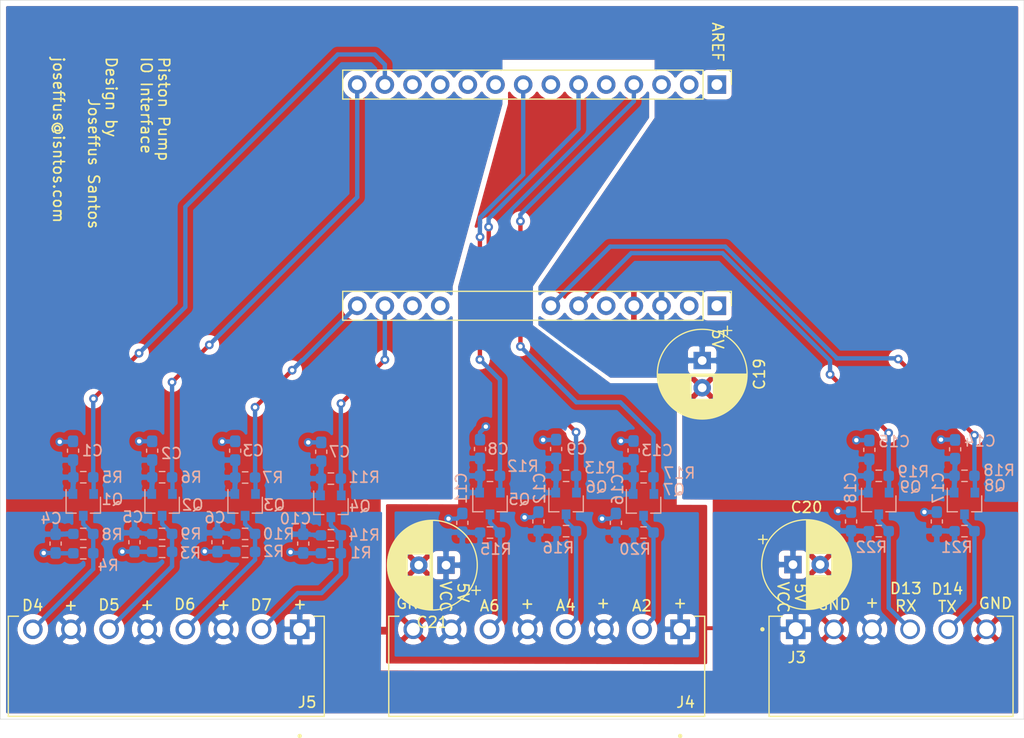
<source format=kicad_pcb>
(kicad_pcb (version 20171130) (host pcbnew "(5.1.8)-1")
  (layers (0 F.Cu signal) (31 B.Cu signal) (34 B.Paste user) (35 F.Paste user) (36 B.SilkS user) (37 F.SilkS user) (38 B.Mask user) (39 F.Mask user) (44 Edge.Cuts user))
  (net 0 "")
  (net 1 GND)
  (net 2 +5VD)
  (net 3 +5V)
  (net 4 "Net-(J1-Pad5)")
  (net 5 "Net-(J2-Pad2)")
  (net 6 +3V3)
  (net 7 LV2)
  (net 8 LV1)
  (net 9 "Net-(J1-Pad12)")
  (net 10 "Net-(J1-Pad11)")
  (net 11 "Net-(J1-Pad10)")
  (net 12 "Net-(J1-Pad9)")
  (net 13 "Net-(J1-Pad7)")
  (net 14 "Net-(J1-Pad3)")
  (net 15 "Net-(J1-Pad2)")
  (net 16 "Net-(J1-Pad1)")
  (net 17 "Net-(J2-Pad1)")
  (net 18 "Net-(J2-Pad5)")
  (net 19 "Net-(J2-Pad11)")
  (net 20 "Net-(J2-Pad12)")
  (net 21 LV4)
  (net 22 LV3)
  (net 23 HV4)
  (net 24 HV3)
  (net 25 HV2)
  (net 26 HV1)
  (net 27 HV5)
  (net 28 LV5)
  (net 29 HV6)
  (net 30 LV6)
  (net 31 HV7)
  (net 32 LV7)
  (net 33 HV8)
  (net 34 LV8)
  (net 35 HV9)
  (net 36 LV9)
  (module Capacitor_THT:CP_Radial_D8.0mm_P2.50mm (layer F.Cu) (at 141.8844 127.4572 180)
    (fp_text reference C21 (at 1.25 -5.25) (layer F.SilkS))
    (fp_text value 220uF)
    (pad 2 thru_hole circle (at 2.5 0 180) (size 1.6 1.6) (drill 0.8) (layers *.Cu *.Mask) (net 1 GND))
    (pad 1 thru_hole rect (at 0 0 180) (size 1.6 1.6) (drill 0.8) (layers *.Cu *.Mask) (net 3 +5V))
  )
  (module Capacitor_THT:CP_Radial_D8.0mm_P2.50mm (layer F.Cu) (at 173.736 127.4064)
    (fp_text reference C20 (at 1.25 -5.25) (layer F.SilkS))
    (fp_text value 220uF)
    (pad 2 thru_hole circle (at 2.5 0) (size 1.6 1.6) (drill 0.8) (layers *.Cu *.Mask) (net 1 GND))
    (pad 1 thru_hole rect (at 0 0) (size 1.6 1.6) (drill 0.8) (layers *.Cu *.Mask) (net 2 +5VD))
  )
  (module Capacitor_THT:CP_Radial_D8.0mm_P2.50mm (layer F.Cu) (at 165.4048 108.6612 270)
    (fp_text reference C19 (at 1.25 -5.25 90) (layer F.SilkS))
    (fp_text value 220uF)
    (pad 2 thru_hole circle (at 2.5 0 270) (size 1.6 1.6) (drill 0.8) (layers *.Cu *.Mask) (net 1 GND))
    (pad 1 thru_hole rect (at 0 0 270) (size 1.6 1.6) (drill 0.8) (layers *.Cu *.Mask) (net 6 +3V3))
  )
  (module Connector_PinHeader_2.54mm:PinHeader_1x14_P2.54mm_Vertical (layer F.Cu) (at 166.751 103.632 270)
    (fp_text reference J2 hide)
    (fp_text value Conn_01x14_Male)
    (pad 1 thru_hole rect (at 0 0 270) (size 1.7 1.7) (drill 1) (layers *.Cu *.Mask) (net 17 "Net-(J2-Pad1)"))
    (pad 2 thru_hole oval (at 0 2.54 270) (size 1.7 1.7) (drill 1) (layers *.Cu *.Mask) (net 5 "Net-(J2-Pad2)"))
    (pad 3 thru_hole oval (at 0 5.08 270) (size 1.7 1.7) (drill 1) (layers *.Cu *.Mask) (net 6 +3V3))
    (pad 4 thru_hole oval (at 0 7.62 270) (size 1.7 1.7) (drill 1) (layers *.Cu *.Mask) (net 1 GND))
    (pad 5 thru_hole oval (at 0 10.16 270) (size 1.7 1.7) (drill 1) (layers *.Cu *.Mask) (net 18 "Net-(J2-Pad5)"))
    (pad 6 thru_hole oval (at 0 12.7 270) (size 1.7 1.7) (drill 1) (layers *.Cu *.Mask) (net 36 LV9))
    (pad 7 thru_hole oval (at 0 15.24 270) (size 1.7 1.7) (drill 1) (layers *.Cu *.Mask) (net 34 LV8))
    (pad 11 thru_hole oval (at 0 25.4 270) (size 1.7 1.7) (drill 1) (layers *.Cu *.Mask) (net 19 "Net-(J2-Pad11)"))
    (pad 12 thru_hole oval (at 0 27.94 270) (size 1.7 1.7) (drill 1) (layers *.Cu *.Mask) (net 20 "Net-(J2-Pad12)"))
    (pad 13 thru_hole oval (at 0 30.48 270) (size 1.7 1.7) (drill 1) (layers *.Cu *.Mask) (net 21 LV4))
    (pad 14 thru_hole oval (at 0 33.02 270) (size 1.7 1.7) (drill 1) (layers *.Cu *.Mask) (net 22 LV3))
  )
  (module Capacitor_SMD:C_0603_1608Metric_Pad1.08x0.95mm_HandSolder (layer B.Cu) (at 179.07 123.444 90)
    (fp_text reference C18 (at 3.0988 -0.0508 270) (layer B.SilkS) (effects (justify mirror)))
    (fp_text value 0.1uF)
    (pad 2 smd roundrect (at 0.8625 0 90) (size 1.075 0.95) (layers B.Cu B.Paste B.Mask) (net 1 GND))
    (pad 1 smd roundrect (at -0.8625 0 90) (size 1.075 0.95) (layers B.Cu B.Paste B.Mask) (net 2 +5VD))
  )
  (module Capacitor_SMD:C_0603_1608Metric_Pad1.08x0.95mm_HandSolder (layer B.Cu) (at 186.944 123.444 90)
    (fp_text reference C17 (at 3.0988 0.127 270) (layer B.SilkS) (effects (justify mirror)))
    (fp_text value 0.1uF)
    (pad 2 smd roundrect (at 0.8625 0 90) (size 1.075 0.95) (layers B.Cu B.Paste B.Mask) (net 1 GND))
    (pad 1 smd roundrect (at -0.8625 0 90) (size 1.075 0.95) (layers B.Cu B.Paste B.Mask) (net 2 +5VD))
  )
  (module Capacitor_SMD:C_0603_1608Metric_Pad1.08x0.95mm_HandSolder (layer B.Cu) (at 157.48 123.571 90)
    (fp_text reference C16 (at 3.0734 0.1524 270) (layer B.SilkS) (effects (justify mirror)))
    (fp_text value 0.1uF)
    (pad 2 smd roundrect (at 0.8625 0 90) (size 1.075 0.95) (layers B.Cu B.Paste B.Mask) (net 1 GND))
    (pad 1 smd roundrect (at -0.8625 0 90) (size 1.075 0.95) (layers B.Cu B.Paste B.Mask) (net 3 +5V))
  )
  (module Capacitor_SMD:C_0603_1608Metric_Pad1.08x0.95mm_HandSolder (layer B.Cu) (at 180.7464 116.8654 90)
    (fp_text reference C15 (at 0.762 2.286 180) (layer B.SilkS) (effects (justify mirror)))
    (fp_text value 0.1uF)
    (pad 2 smd roundrect (at 0.8625 0 90) (size 1.075 0.95) (layers B.Cu B.Paste B.Mask) (net 1 GND))
    (pad 1 smd roundrect (at -0.8625 0 90) (size 1.075 0.95) (layers B.Cu B.Paste B.Mask) (net 6 +3V3))
  )
  (module Capacitor_SMD:C_0603_1608Metric_Pad1.08x0.95mm_HandSolder (layer B.Cu) (at 188.6204 116.8146 90)
    (fp_text reference C14 (at 0.762 2.286 180) (layer B.SilkS) (effects (justify mirror)))
    (fp_text value 0.1uF)
    (pad 2 smd roundrect (at 0.8625 0 90) (size 1.075 0.95) (layers B.Cu B.Paste B.Mask) (net 1 GND))
    (pad 1 smd roundrect (at -0.8625 0 90) (size 1.075 0.95) (layers B.Cu B.Paste B.Mask) (net 6 +3V3))
  )
  (module Capacitor_SMD:C_0603_1608Metric_Pad1.08x0.95mm_HandSolder (layer B.Cu) (at 159.1056 116.9162 90)
    (fp_text reference C13 (at 0 2.159 180) (layer B.SilkS) (effects (justify mirror)))
    (fp_text value 0.1uF)
    (pad 2 smd roundrect (at 0.8625 0 90) (size 1.075 0.95) (layers B.Cu B.Paste B.Mask) (net 1 GND))
    (pad 1 smd roundrect (at -0.8625 0 90) (size 1.075 0.95) (layers B.Cu B.Paste B.Mask) (net 6 +3V3))
  )
  (module Capacitor_SMD:C_0603_1608Metric_Pad1.08x0.95mm_HandSolder (layer B.Cu) (at 150.368 123.444 90)
    (fp_text reference C12 (at 3.048 0.1016 270) (layer B.SilkS) (effects (justify mirror)))
    (fp_text value 0.1uF)
    (pad 2 smd roundrect (at 0.8625 0 90) (size 1.075 0.95) (layers B.Cu B.Paste B.Mask) (net 1 GND))
    (pad 1 smd roundrect (at -0.8625 0 90) (size 1.075 0.95) (layers B.Cu B.Paste B.Mask) (net 3 +5V))
  )
  (module Capacitor_SMD:C_0603_1608Metric_Pad1.08x0.95mm_HandSolder (layer B.Cu) (at 143.383 123.571 90)
    (fp_text reference C11 (at 3.175 -0.1016 90) (layer B.SilkS) (effects (justify mirror)))
    (fp_text value 0.1uF)
    (pad 2 smd roundrect (at 0.8625 0 90) (size 1.075 0.95) (layers B.Cu B.Paste B.Mask) (net 1 GND))
    (pad 1 smd roundrect (at -0.8625 0 90) (size 1.075 0.95) (layers B.Cu B.Paste B.Mask) (net 3 +5V))
  )
  (module Capacitor_SMD:C_0603_1608Metric_Pad1.08x0.95mm_HandSolder (layer B.Cu) (at 128.778 125.476 270)
    (fp_text reference C10 (at -2.286 0.7112 180) (layer B.SilkS) (effects (justify mirror)))
    (fp_text value 0.1uF)
    (pad 2 smd roundrect (at 0.8625 0 270) (size 1.075 0.95) (layers B.Cu B.Paste B.Mask) (net 1 GND))
    (pad 1 smd roundrect (at -0.8625 0 270) (size 1.075 0.95) (layers B.Cu B.Paste B.Mask) (net 2 +5VD))
  )
  (module Capacitor_SMD:C_0603_1608Metric_Pad1.08x0.95mm_HandSolder (layer B.Cu) (at 151.9936 116.7892 90)
    (fp_text reference C9 (at 0 1.905 180) (layer B.SilkS) (effects (justify mirror)))
    (fp_text value 0.1uF)
    (pad 2 smd roundrect (at 0.8625 0 90) (size 1.075 0.95) (layers B.Cu B.Paste B.Mask) (net 1 GND))
    (pad 1 smd roundrect (at -0.8625 0 90) (size 1.075 0.95) (layers B.Cu B.Paste B.Mask) (net 6 +3V3))
  )
  (module Capacitor_SMD:C_0603_1608Metric_Pad1.08x0.95mm_HandSolder (layer B.Cu) (at 145.0086 116.7892 90)
    (fp_text reference C8 (at 0 1.651) (layer B.SilkS) (effects (justify mirror)))
    (fp_text value 0.1uF)
    (pad 2 smd roundrect (at 0.8625 0 90) (size 1.075 0.95) (layers B.Cu B.Paste B.Mask) (net 1 GND))
    (pad 1 smd roundrect (at -0.8625 0 90) (size 1.075 0.95) (layers B.Cu B.Paste B.Mask) (net 6 +3V3))
  )
  (module Capacitor_SMD:C_0603_1608Metric_Pad1.08x0.95mm_HandSolder (layer B.Cu) (at 130.429 117.0432 90)
    (fp_text reference C7 (at 0 1.683 180) (layer B.SilkS) (effects (justify mirror)))
    (fp_text value 0.1uF)
    (pad 2 smd roundrect (at 0.8625 0 90) (size 1.075 0.95) (layers B.Cu B.Paste B.Mask) (net 1 GND))
    (pad 1 smd roundrect (at -0.8625 0 90) (size 1.075 0.95) (layers B.Cu B.Paste B.Mask) (net 6 +3V3))
  )
  (module Capacitor_SMD:C_0603_1608Metric_Pad1.08x0.95mm_HandSolder (layer B.Cu) (at 120.904 125.349 270)
    (fp_text reference C6 (at -2.2606 0.2286) (layer B.SilkS) (effects (justify mirror)))
    (fp_text value 0.1uF)
    (pad 2 smd roundrect (at 0.8625 0 270) (size 1.075 0.95) (layers B.Cu B.Paste B.Mask) (net 1 GND))
    (pad 1 smd roundrect (at -0.8625 0 270) (size 1.075 0.95) (layers B.Cu B.Paste B.Mask) (net 2 +5VD))
  )
  (module Capacitor_SMD:C_0603_1608Metric_Pad1.08x0.95mm_HandSolder (layer B.Cu) (at 113.284 125.349 270)
    (fp_text reference C5 (at -2.3114 0.1524) (layer B.SilkS) (effects (justify mirror)))
    (fp_text value 0.1uF)
    (pad 2 smd roundrect (at 0.8625 0 270) (size 1.075 0.95) (layers B.Cu B.Paste B.Mask) (net 1 GND))
    (pad 1 smd roundrect (at -0.8625 0 270) (size 1.075 0.95) (layers B.Cu B.Paste B.Mask) (net 2 +5VD))
  )
  (module Capacitor_SMD:C_0603_1608Metric_Pad1.08x0.95mm_HandSolder (layer B.Cu) (at 106.045 125.476 270)
    (fp_text reference C4 (at -2.3114 0.4064) (layer B.SilkS) (effects (justify mirror)))
    (fp_text value 0.1uF)
    (pad 2 smd roundrect (at 0.8625 0 270) (size 1.075 0.95) (layers B.Cu B.Paste B.Mask) (net 1 GND))
    (pad 1 smd roundrect (at -0.8625 0 270) (size 1.075 0.95) (layers B.Cu B.Paste B.Mask) (net 2 +5VD))
  )
  (module Capacitor_SMD:C_0603_1608Metric_Pad1.08x0.95mm_HandSolder (layer B.Cu) (at 122.5296 116.9416 90)
    (fp_text reference C3 (at 0 1.651 180) (layer B.SilkS) (effects (justify mirror)))
    (fp_text value 0.1uF)
    (pad 2 smd roundrect (at 0.8625 0 90) (size 1.075 0.95) (layers B.Cu B.Paste B.Mask) (net 1 GND))
    (pad 1 smd roundrect (at -0.8625 0 90) (size 1.075 0.95) (layers B.Cu B.Paste B.Mask) (net 6 +3V3))
  )
  (module Capacitor_SMD:C_0603_1608Metric_Pad1.08x0.95mm_HandSolder (layer B.Cu) (at 114.9096 116.9416 90)
    (fp_text reference C2 (at -0.254 1.778) (layer B.SilkS) (effects (justify mirror)))
    (fp_text value 0.1uF)
    (pad 2 smd roundrect (at 0.8625 0 90) (size 1.075 0.95) (layers B.Cu B.Paste B.Mask) (net 1 GND))
    (pad 1 smd roundrect (at -0.8625 0 90) (size 1.075 0.95) (layers B.Cu B.Paste B.Mask) (net 6 +3V3))
  )
  (module Capacitor_SMD:C_0603_1608Metric_Pad1.08x0.95mm_HandSolder (layer B.Cu) (at 107.6452 116.9416 90)
    (fp_text reference C1 (at 0 1.778 180) (layer B.SilkS) (effects (justify mirror)))
    (fp_text value 0.1uF)
    (pad 2 smd roundrect (at 0.8625 0 90) (size 1.075 0.95) (layers B.Cu B.Paste B.Mask) (net 1 GND))
    (pad 1 smd roundrect (at -0.8625 0 90) (size 1.075 0.95) (layers B.Cu B.Paste B.Mask) (net 6 +3V3))
  )
  (module Resistor_SMD:R_0603_1608Metric_Pad0.98x0.95mm_HandSolder (layer B.Cu) (at 181.61 124.333)
    (fp_text reference R22 (at -0.6858 1.4732) (layer B.SilkS) (effects (justify mirror)))
    (fp_text value 10k)
    (pad 2 smd roundrect (at 0.9125 0) (size 0.975 0.95) (layers B.Cu B.Paste B.Mask) (net 35 HV9))
    (pad 1 smd roundrect (at -0.9125 0) (size 0.975 0.95) (layers B.Cu B.Paste B.Mask) (net 2 +5VD))
  )
  (module Resistor_SMD:R_0603_1608Metric_Pad0.98x0.95mm_HandSolder (layer B.Cu) (at 189.484 124.333)
    (fp_text reference R21 (at -0.7112 1.4732) (layer B.SilkS) (effects (justify mirror)))
    (fp_text value 10k)
    (pad 2 smd roundrect (at 0.9125 0) (size 0.975 0.95) (layers B.Cu B.Paste B.Mask) (net 33 HV8))
    (pad 1 smd roundrect (at -0.9125 0) (size 0.975 0.95) (layers B.Cu B.Paste B.Mask) (net 2 +5VD))
  )
  (module Resistor_SMD:R_0603_1608Metric_Pad0.98x0.95mm_HandSolder (layer B.Cu) (at 160.02 124.46)
    (fp_text reference R20 (at -0.7874 1.524) (layer B.SilkS) (effects (justify mirror)))
    (fp_text value 10k)
    (pad 2 smd roundrect (at 0.9125 0) (size 0.975 0.95) (layers B.Cu B.Paste B.Mask) (net 31 HV7))
    (pad 1 smd roundrect (at -0.9125 0) (size 0.975 0.95) (layers B.Cu B.Paste B.Mask) (net 3 +5V))
  )
  (module Resistor_SMD:R_0603_1608Metric_Pad0.98x0.95mm_HandSolder (layer B.Cu) (at 181.61 119.253)
    (fp_text reference R19 (at 3.175 -0.381) (layer B.SilkS) (effects (justify mirror)))
    (fp_text value 10k)
    (pad 2 smd roundrect (at 0.9125 0) (size 0.975 0.95) (layers B.Cu B.Paste B.Mask) (net 36 LV9))
    (pad 1 smd roundrect (at -0.9125 0) (size 0.975 0.95) (layers B.Cu B.Paste B.Mask) (net 6 +3V3))
  )
  (module Resistor_SMD:R_0603_1608Metric_Pad0.98x0.95mm_HandSolder (layer B.Cu) (at 189.484 119.253)
    (fp_text reference R18 (at 3.175 -0.508) (layer B.SilkS) (effects (justify mirror)))
    (fp_text value 10k)
    (pad 2 smd roundrect (at 0.9125 0) (size 0.975 0.95) (layers B.Cu B.Paste B.Mask) (net 34 LV8))
    (pad 1 smd roundrect (at -0.9125 0) (size 0.975 0.95) (layers B.Cu B.Paste B.Mask) (net 6 +3V3))
  )
  (module Resistor_SMD:R_0603_1608Metric_Pad0.98x0.95mm_HandSolder (layer B.Cu) (at 160.02 119.38)
    (fp_text reference R17 (at 3.302 -0.381) (layer B.SilkS) (effects (justify mirror)))
    (fp_text value 10k)
    (pad 2 smd roundrect (at 0.9125 0) (size 0.975 0.95) (layers B.Cu B.Paste B.Mask) (net 32 LV7))
    (pad 1 smd roundrect (at -0.9125 0) (size 0.975 0.95) (layers B.Cu B.Paste B.Mask) (net 6 +3V3))
  )
  (module Resistor_SMD:R_0603_1608Metric_Pad0.98x0.95mm_HandSolder (layer B.Cu) (at 152.908 124.333)
    (fp_text reference R16 (at -0.7112 1.524) (layer B.SilkS) (effects (justify mirror)))
    (fp_text value 10k)
    (pad 2 smd roundrect (at 0.9125 0) (size 0.975 0.95) (layers B.Cu B.Paste B.Mask) (net 29 HV6))
    (pad 1 smd roundrect (at -0.9125 0) (size 0.975 0.95) (layers B.Cu B.Paste B.Mask) (net 3 +5V))
  )
  (module Resistor_SMD:R_0603_1608Metric_Pad0.98x0.95mm_HandSolder (layer B.Cu) (at 145.923 124.46)
    (fp_text reference R15 (at 0.5334 1.524) (layer B.SilkS) (effects (justify mirror)))
    (fp_text value 10k)
    (pad 2 smd roundrect (at 0.9125 0) (size 0.975 0.95) (layers B.Cu B.Paste B.Mask) (net 27 HV5))
    (pad 1 smd roundrect (at -0.9125 0) (size 0.975 0.95) (layers B.Cu B.Paste B.Mask) (net 3 +5V))
  )
  (module Resistor_SMD:R_0603_1608Metric_Pad0.98x0.95mm_HandSolder (layer B.Cu) (at 131.318 124.714)
    (fp_text reference R14 (at 3.048 -0.0254) (layer B.SilkS) (effects (justify mirror)))
    (fp_text value 10k)
    (pad 2 smd roundrect (at 0.9125 0) (size 0.975 0.95) (layers B.Cu B.Paste B.Mask) (net 23 HV4))
    (pad 1 smd roundrect (at -0.9125 0) (size 0.975 0.95) (layers B.Cu B.Paste B.Mask) (net 2 +5VD))
  )
  (module Resistor_SMD:R_0603_1608Metric_Pad0.98x0.95mm_HandSolder (layer B.Cu) (at 152.908 119.253)
    (fp_text reference R13 (at 3.1242 -0.7366) (layer B.SilkS) (effects (justify mirror)))
    (fp_text value 10k)
    (pad 2 smd roundrect (at 0.9125 0) (size 0.975 0.95) (layers B.Cu B.Paste B.Mask) (net 30 LV6))
    (pad 1 smd roundrect (at -0.9125 0) (size 0.975 0.95) (layers B.Cu B.Paste B.Mask) (net 6 +3V3))
  )
  (module Resistor_SMD:R_0603_1608Metric_Pad0.98x0.95mm_HandSolder (layer B.Cu) (at 145.923 119.253)
    (fp_text reference R12 (at 3.0226 -0.889) (layer B.SilkS) (effects (justify mirror)))
    (fp_text value 10k)
    (pad 2 smd roundrect (at 0.9125 0) (size 0.975 0.95) (layers B.Cu B.Paste B.Mask) (net 28 LV5))
    (pad 1 smd roundrect (at -0.9125 0) (size 0.975 0.95) (layers B.Cu B.Paste B.Mask) (net 6 +3V3))
  )
  (module Resistor_SMD:R_0603_1608Metric_Pad0.98x0.95mm_HandSolder (layer B.Cu) (at 131.318 119.507)
    (fp_text reference R11 (at 3.048 -0.127) (layer B.SilkS) (effects (justify mirror)))
    (fp_text value 10k)
    (pad 2 smd roundrect (at 0.9125 0) (size 0.975 0.95) (layers B.Cu B.Paste B.Mask) (net 21 LV4))
    (pad 1 smd roundrect (at -0.9125 0) (size 0.975 0.95) (layers B.Cu B.Paste B.Mask) (net 6 +3V3))
  )
  (module Resistor_SMD:R_0603_1608Metric_Pad0.98x0.95mm_HandSolder (layer B.Cu) (at 123.444 124.587)
    (fp_text reference R10 (at 3.0734 0) (layer B.SilkS) (effects (justify mirror)))
    (fp_text value 10k)
    (pad 2 smd roundrect (at 0.9125 0) (size 0.975 0.95) (layers B.Cu B.Paste B.Mask) (net 24 HV3))
    (pad 1 smd roundrect (at -0.9125 0) (size 0.975 0.95) (layers B.Cu B.Paste B.Mask) (net 2 +5VD))
  )
  (module Resistor_SMD:R_0603_1608Metric_Pad0.98x0.95mm_HandSolder (layer B.Cu) (at 115.824 124.587)
    (fp_text reference R9 (at 2.6416 0) (layer B.SilkS) (effects (justify mirror)))
    (fp_text value 10k)
    (pad 2 smd roundrect (at 0.9125 0) (size 0.975 0.95) (layers B.Cu B.Paste B.Mask) (net 25 HV2))
    (pad 1 smd roundrect (at -0.9125 0) (size 0.975 0.95) (layers B.Cu B.Paste B.Mask) (net 2 +5VD))
  )
  (module Resistor_SMD:R_0603_1608Metric_Pad0.98x0.95mm_HandSolder (layer B.Cu) (at 108.585 124.587)
    (fp_text reference R8 (at 2.6416 0.0508) (layer B.SilkS) (effects (justify mirror)))
    (fp_text value 10k)
    (pad 2 smd roundrect (at 0.9125 0) (size 0.975 0.95) (layers B.Cu B.Paste B.Mask) (net 26 HV1))
    (pad 1 smd roundrect (at -0.9125 0) (size 0.975 0.95) (layers B.Cu B.Paste B.Mask) (net 2 +5VD))
  )
  (module Resistor_SMD:R_0603_1608Metric_Pad0.98x0.95mm_HandSolder (layer B.Cu) (at 123.444 119.4054)
    (fp_text reference R7 (at 2.54 0) (layer B.SilkS) (effects (justify mirror)))
    (fp_text value 10k)
    (pad 2 smd roundrect (at 0.9125 0) (size 0.975 0.95) (layers B.Cu B.Paste B.Mask) (net 22 LV3))
    (pad 1 smd roundrect (at -0.9125 0) (size 0.975 0.95) (layers B.Cu B.Paste B.Mask) (net 6 +3V3))
  )
  (module Resistor_SMD:R_0603_1608Metric_Pad0.98x0.95mm_HandSolder (layer B.Cu) (at 115.824 119.38)
    (fp_text reference R6 (at 2.667 0) (layer B.SilkS) (effects (justify mirror)))
    (fp_text value 10k)
    (pad 2 smd roundrect (at 0.9125 0) (size 0.975 0.95) (layers B.Cu B.Paste B.Mask) (net 7 LV2))
    (pad 1 smd roundrect (at -0.9125 0) (size 0.975 0.95) (layers B.Cu B.Paste B.Mask) (net 6 +3V3))
  )
  (module Resistor_SMD:R_0603_1608Metric_Pad0.98x0.95mm_HandSolder (layer B.Cu) (at 108.585 119.38)
    (fp_text reference R5 (at 2.667 0) (layer B.SilkS) (effects (justify mirror)))
    (fp_text value 10k)
    (pad 2 smd roundrect (at 0.9125 0) (size 0.975 0.95) (layers B.Cu B.Paste B.Mask) (net 8 LV1))
    (pad 1 smd roundrect (at -0.9125 0) (size 0.975 0.95) (layers B.Cu B.Paste B.Mask) (net 6 +3V3))
  )
  (module Resistor_SMD:R_0603_1608Metric_Pad0.98x0.95mm_HandSolder (layer B.Cu) (at 108.585 126.365)
    (fp_text reference R4 (at 2.286 1.1176) (layer B.SilkS) (effects (justify mirror)))
    (fp_text value 10k)
    (pad 2 smd roundrect (at 0.9125 0) (size 0.975 0.95) (layers B.Cu B.Paste B.Mask) (net 26 HV1))
    (pad 1 smd roundrect (at -0.9125 0) (size 0.975 0.95) (layers B.Cu B.Paste B.Mask) (net 1 GND))
  )
  (module Resistor_SMD:R_0603_1608Metric_Pad0.98x0.95mm_HandSolder (layer B.Cu) (at 115.824 126.238)
    (fp_text reference R3 (at 2.5908 0.1016) (layer B.SilkS) (effects (justify mirror)))
    (fp_text value 10k)
    (pad 2 smd roundrect (at 0.9125 0) (size 0.975 0.95) (layers B.Cu B.Paste B.Mask) (net 25 HV2))
    (pad 1 smd roundrect (at -0.9125 0) (size 0.975 0.95) (layers B.Cu B.Paste B.Mask) (net 1 GND))
  )
  (module Resistor_SMD:R_0603_1608Metric_Pad0.98x0.95mm_HandSolder (layer B.Cu) (at 123.444 126.238)
    (fp_text reference R2 (at 2.6162 -0.0508) (layer B.SilkS) (effects (justify mirror)))
    (fp_text value 10k)
    (pad 2 smd roundrect (at 0.9125 0) (size 0.975 0.95) (layers B.Cu B.Paste B.Mask) (net 24 HV3))
    (pad 1 smd roundrect (at -0.9125 0) (size 0.975 0.95) (layers B.Cu B.Paste B.Mask) (net 1 GND))
  )
  (module Resistor_SMD:R_0603_1608Metric_Pad0.98x0.95mm_HandSolder (layer B.Cu) (at 131.318 126.365)
    (fp_text reference R1 (at 2.7686 -0.0508) (layer B.SilkS) (effects (justify mirror)))
    (fp_text value 10k)
    (pad 2 smd roundrect (at 0.9125 0) (size 0.975 0.95) (layers B.Cu B.Paste B.Mask) (net 23 HV4))
    (pad 1 smd roundrect (at -0.9125 0) (size 0.975 0.95) (layers B.Cu B.Paste B.Mask) (net 1 GND))
  )
  (module Package_TO_SOT_SMD:SOT-23 (layer B.Cu) (at 181.61 121.793 270)
    (fp_text reference Q9 (at -1.524 -2.921 180) (layer B.SilkS) (effects (justify mirror)))
    (fp_text value BSS138)
    (pad 3 smd rect (at 1 0 270) (size 0.9 0.8) (layers B.Cu B.Paste B.Mask) (net 35 HV9))
    (pad 2 smd rect (at -1 -0.95 270) (size 0.9 0.8) (layers B.Cu B.Paste B.Mask) (net 36 LV9))
    (pad 1 smd rect (at -1 0.95 270) (size 0.9 0.8) (layers B.Cu B.Paste B.Mask) (net 6 +3V3))
  )
  (module Package_TO_SOT_SMD:SOT-23 (layer B.Cu) (at 189.484 121.793 270)
    (fp_text reference Q8 (at -1.651 -2.794 180) (layer B.SilkS) (effects (justify mirror)))
    (fp_text value BSS138)
    (pad 3 smd rect (at 1 0 270) (size 0.9 0.8) (layers B.Cu B.Paste B.Mask) (net 33 HV8))
    (pad 2 smd rect (at -1 -0.95 270) (size 0.9 0.8) (layers B.Cu B.Paste B.Mask) (net 34 LV8))
    (pad 1 smd rect (at -1 0.95 270) (size 0.9 0.8) (layers B.Cu B.Paste B.Mask) (net 6 +3V3))
  )
  (module Package_TO_SOT_SMD:SOT-23 (layer B.Cu) (at 160.02 121.92 270)
    (fp_text reference Q7 (at -1.397 -2.794 180) (layer B.SilkS) (effects (justify mirror)))
    (fp_text value BSS138)
    (pad 3 smd rect (at 1 0 270) (size 0.9 0.8) (layers B.Cu B.Paste B.Mask) (net 31 HV7))
    (pad 2 smd rect (at -1 -0.95 270) (size 0.9 0.8) (layers B.Cu B.Paste B.Mask) (net 32 LV7))
    (pad 1 smd rect (at -1 0.95 270) (size 0.9 0.8) (layers B.Cu B.Paste B.Mask) (net 6 +3V3))
  )
  (module Package_TO_SOT_SMD:SOT-23 (layer B.Cu) (at 152.908 121.793 270)
    (fp_text reference Q6 (at -1.524 -2.794 180) (layer B.SilkS) (effects (justify mirror)))
    (fp_text value BSS138)
    (pad 3 smd rect (at 1 0 270) (size 0.9 0.8) (layers B.Cu B.Paste B.Mask) (net 29 HV6))
    (pad 2 smd rect (at -1 -0.95 270) (size 0.9 0.8) (layers B.Cu B.Paste B.Mask) (net 30 LV6))
    (pad 1 smd rect (at -1 0.95 270) (size 0.9 0.8) (layers B.Cu B.Paste B.Mask) (net 6 +3V3))
  )
  (module Package_TO_SOT_SMD:SOT-23 (layer B.Cu) (at 145.923 121.793 270)
    (fp_text reference Q5 (at -0.381 -2.6924 180) (layer B.SilkS) (effects (justify mirror)))
    (fp_text value BSS138)
    (pad 3 smd rect (at 1 0 270) (size 0.9 0.8) (layers B.Cu B.Paste B.Mask) (net 27 HV5))
    (pad 2 smd rect (at -1 -0.95 270) (size 0.9 0.8) (layers B.Cu B.Paste B.Mask) (net 28 LV5))
    (pad 1 smd rect (at -1 0.95 270) (size 0.9 0.8) (layers B.Cu B.Paste B.Mask) (net 6 +3V3))
  )
  (module Package_TO_SOT_SMD:SOT-23 (layer B.Cu) (at 131.318 122.047 270)
    (fp_text reference Q4 (at 0 -2.667) (layer B.SilkS) (effects (justify mirror)))
    (fp_text value BSS138)
    (pad 3 smd rect (at 1 0 270) (size 0.9 0.8) (layers B.Cu B.Paste B.Mask) (net 23 HV4))
    (pad 2 smd rect (at -1 -0.95 270) (size 0.9 0.8) (layers B.Cu B.Paste B.Mask) (net 21 LV4))
    (pad 1 smd rect (at -1 0.95 270) (size 0.9 0.8) (layers B.Cu B.Paste B.Mask) (net 6 +3V3))
  )
  (module Package_TO_SOT_SMD:SOT-23 (layer B.Cu) (at 123.444 121.92 270)
    (fp_text reference Q3 (at 0 -2.667) (layer B.SilkS) (effects (justify mirror)))
    (fp_text value BSS138)
    (pad 3 smd rect (at 1 0 270) (size 0.9 0.8) (layers B.Cu B.Paste B.Mask) (net 24 HV3))
    (pad 2 smd rect (at -1 -0.95 270) (size 0.9 0.8) (layers B.Cu B.Paste B.Mask) (net 22 LV3))
    (pad 1 smd rect (at -1 0.95 270) (size 0.9 0.8) (layers B.Cu B.Paste B.Mask) (net 6 +3V3))
  )
  (module Package_TO_SOT_SMD:SOT-23 (layer B.Cu) (at 115.824 121.92 270)
    (fp_text reference Q2 (at 0 -2.794) (layer B.SilkS) (effects (justify mirror)))
    (fp_text value BSS138)
    (pad 3 smd rect (at 1 0 270) (size 0.9 0.8) (layers B.Cu B.Paste B.Mask) (net 25 HV2))
    (pad 2 smd rect (at -1 -0.95 270) (size 0.9 0.8) (layers B.Cu B.Paste B.Mask) (net 7 LV2))
    (pad 1 smd rect (at -1 0.95 270) (size 0.9 0.8) (layers B.Cu B.Paste B.Mask) (net 6 +3V3))
  )
  (module Package_TO_SOT_SMD:SOT-23 (layer B.Cu) (at 108.585 121.92 270)
    (fp_text reference Q1 (at -0.508 -2.667 180) (layer B.SilkS) (effects (justify mirror)))
    (fp_text value BSS138)
    (pad 3 smd rect (at 1 0 270) (size 0.9 0.8) (layers B.Cu B.Paste B.Mask) (net 26 HV1))
    (pad 2 smd rect (at -1 -0.95 270) (size 0.9 0.8) (layers B.Cu B.Paste B.Mask) (net 8 LV1))
    (pad 1 smd rect (at -1 0.95 270) (size 0.9 0.8) (layers B.Cu B.Paste B.Mask) (net 6 +3V3))
  )
  (module piston_pump:MOLEX_0395021006 (layer F.Cu) (at 173.99 133.35)
    (fp_text reference J3 (at 0.1016 2.5908) (layer F.SilkS))
    (fp_text value Conn_01x06)
    (pad 1 thru_hole rect (at 0 0) (size 1.8 1.8) (drill 1.3) (layers *.Cu) (net 2 +5VD))
    (pad 2 thru_hole circle (at 3.5 0) (size 1.8 1.8) (drill 1.3) (layers *.Cu) (net 1 GND))
    (pad 3 thru_hole circle (at 7 0) (size 1.8 1.8) (drill 1.3) (layers *.Cu) (net 2 +5VD))
    (pad 4 thru_hole circle (at 10.5 0) (size 1.8 1.8) (drill 1.3) (layers *.Cu) (net 35 HV9))
    (pad 5 thru_hole circle (at 14 0) (size 1.8 1.8) (drill 1.3) (layers *.Cu) (net 33 HV8))
    (pad 6 thru_hole circle (at 17.5 0) (size 1.8 1.8) (drill 1.3) (layers *.Cu) (net 1 GND))
  )
  (module piston_pump:TE_284512-8 (layer F.Cu) (at 151.13 133.35 180)
    (fp_text reference J4 (at -12.7508 -6.7056) (layer F.SilkS))
    (fp_text value Conn_01x08)
    (pad 8 thru_hole circle (at 12.25 0 180) (size 1.8 1.8) (drill 1.2) (layers *.Cu *.Mask) (net 1 GND))
    (pad 7 thru_hole circle (at 8.75 0 180) (size 1.8 1.8) (drill 1.2) (layers *.Cu *.Mask) (net 3 +5V))
    (pad 6 thru_hole circle (at 5.25 0 180) (size 1.8 1.8) (drill 1.2) (layers *.Cu *.Mask) (net 27 HV5))
    (pad 5 thru_hole circle (at 1.75 0 180) (size 1.8 1.8) (drill 1.2) (layers *.Cu *.Mask) (net 3 +5V))
    (pad 4 thru_hole circle (at -1.75 0 180) (size 1.8 1.8) (drill 1.2) (layers *.Cu *.Mask) (net 29 HV6))
    (pad 3 thru_hole circle (at -5.25 0 180) (size 1.8 1.8) (drill 1.2) (layers *.Cu *.Mask) (net 3 +5V))
    (pad 2 thru_hole circle (at -8.75 0 180) (size 1.8 1.8) (drill 1.2) (layers *.Cu *.Mask) (net 31 HV7))
    (pad 1 thru_hole rect (at -12.25 0 180) (size 1.8 1.8) (drill 1.2) (layers *.Cu *.Mask) (net 3 +5V))
  )
  (module piston_pump:TE_284512-8 (layer F.Cu) (at 116.205 133.35 180)
    (fp_text reference J5 (at -12.9286 -6.7056) (layer F.SilkS))
    (fp_text value Conn_01x08)
    (pad 1 thru_hole rect (at -12.25 0 180) (size 1.8 1.8) (drill 1.2) (layers *.Cu *.Mask) (net 2 +5VD))
    (pad 2 thru_hole circle (at -8.75 0 180) (size 1.8 1.8) (drill 1.2) (layers *.Cu *.Mask) (net 23 HV4))
    (pad 3 thru_hole circle (at -5.25 0 180) (size 1.8 1.8) (drill 1.2) (layers *.Cu *.Mask) (net 2 +5VD))
    (pad 4 thru_hole circle (at -1.75 0 180) (size 1.8 1.8) (drill 1.2) (layers *.Cu *.Mask) (net 24 HV3))
    (pad 5 thru_hole circle (at 1.75 0 180) (size 1.8 1.8) (drill 1.2) (layers *.Cu *.Mask) (net 2 +5VD))
    (pad 6 thru_hole circle (at 5.25 0 180) (size 1.8 1.8) (drill 1.2) (layers *.Cu *.Mask) (net 25 HV2))
    (pad 7 thru_hole circle (at 8.75 0 180) (size 1.8 1.8) (drill 1.2) (layers *.Cu *.Mask) (net 2 +5VD))
    (pad 8 thru_hole circle (at 12.25 0 180) (size 1.8 1.8) (drill 1.2) (layers *.Cu *.Mask) (net 26 HV1))
  )
  (module Connector_PinHeader_2.54mm:PinHeader_1x14_P2.54mm_Vertical (layer F.Cu) (at 166.751 83.312 270)
    (fp_text reference J1 hide)
    (fp_text value Conn_01x14_Male)
    (pad 14 thru_hole oval (at 0 33.02 270) (size 1.7 1.7) (drill 1) (layers *.Cu *.Mask) (net 7 LV2))
    (pad 13 thru_hole oval (at 0 30.48 270) (size 1.7 1.7) (drill 1) (layers *.Cu *.Mask) (net 8 LV1))
    (pad 12 thru_hole oval (at 0 27.94 270) (size 1.7 1.7) (drill 1) (layers *.Cu *.Mask) (net 9 "Net-(J1-Pad12)"))
    (pad 11 thru_hole oval (at 0 25.4 270) (size 1.7 1.7) (drill 1) (layers *.Cu *.Mask) (net 10 "Net-(J1-Pad11)"))
    (pad 10 thru_hole oval (at 0 22.86 270) (size 1.7 1.7) (drill 1) (layers *.Cu *.Mask) (net 11 "Net-(J1-Pad10)"))
    (pad 9 thru_hole oval (at 0 20.32 270) (size 1.7 1.7) (drill 1) (layers *.Cu *.Mask) (net 12 "Net-(J1-Pad9)"))
    (pad 8 thru_hole oval (at 0 17.78 270) (size 1.7 1.7) (drill 1) (layers *.Cu *.Mask) (net 28 LV5))
    (pad 7 thru_hole oval (at 0 15.24 270) (size 1.7 1.7) (drill 1) (layers *.Cu *.Mask) (net 13 "Net-(J1-Pad7)"))
    (pad 6 thru_hole oval (at 0 12.7 270) (size 1.7 1.7) (drill 1) (layers *.Cu *.Mask) (net 30 LV6))
    (pad 5 thru_hole oval (at 0 10.16 270) (size 1.7 1.7) (drill 1) (layers *.Cu *.Mask) (net 4 "Net-(J1-Pad5)"))
    (pad 4 thru_hole oval (at 0 7.62 270) (size 1.7 1.7) (drill 1) (layers *.Cu *.Mask) (net 32 LV7))
    (pad 3 thru_hole oval (at 0 5.08 270) (size 1.7 1.7) (drill 1) (layers *.Cu *.Mask) (net 14 "Net-(J1-Pad3)"))
    (pad 2 thru_hole oval (at 0 2.54 270) (size 1.7 1.7) (drill 1) (layers *.Cu *.Mask) (net 15 "Net-(J1-Pad2)"))
    (pad 1 thru_hole rect (at 0 0 270) (size 1.7 1.7) (drill 1) (layers *.Cu *.Mask) (net 16 "Net-(J1-Pad1)"))
  )
  (gr_text A2 (at 159.8676 131.191) (layer F.SilkS) (effects (font (size 1 1))))
  (gr_text A4 (at 152.8826 131.1656) (layer F.SilkS) (effects (font (size 1 1))))
  (gr_text A6 (at 145.8976 131.191) (layer F.SilkS) (effects (font (size 1 1))))
  (gr_text 5V (at 166.8272 106.68 270) (layer F.SilkS) (effects (font (size 1 1))))
  (gr_text AREF (at 166.8272 79.4004 270) (layer F.SilkS) (effects (font (size 1 1))))
  (gr_text GND (at 192.3288 130.9624) (layer F.SilkS) (effects (font (size 1 1))))
  (gr_text "D14\nTX" (at 187.9092 130.4544) (layer F.SilkS) (effects (font (size 1 1))))
  (gr_text "D13\nRX" (at 184.0992 130.4036) (layer F.SilkS) (effects (font (size 1 1))))
  (gr_text "5V \nVCC" (at 173.6344 130.4036 270) (layer F.SilkS) (effects (font (size 1 1))))
  (gr_text GND (at 177.4952 131.064) (layer F.SilkS) (effects (font (size 1 1))))
  (gr_text GND (at 138.8364 130.9624) (layer F.SilkS) (effects (font (size 1 1))))
  (gr_text "5V \nVCC" (at 142.6464 130.3528 270) (layer F.SilkS) (effects (font (size 1 1))))
  (gr_text D4 (at 103.9368 131.1656) (layer F.SilkS) (effects (font (size 1 1))))
  (gr_text D5 (at 110.9472 131.1148) (layer F.SilkS) (effects (font (size 1 1))))
  (gr_text D6 (at 117.9068 131.064) (layer F.SilkS) (effects (font (size 1 1))))
  (gr_text D7 (at 124.9172 131.1148) (layer F.SilkS) (effects (font (size 1 1))))
  (gr_text + (at 181.0004 130.8608) (layer F.SilkS) (effects (font (size 1 1))))
  (gr_text + (at 163.3728 130.9116) (layer F.SilkS) (effects (font (size 1 1))))
  (gr_text + (at 156.3116 130.9116) (layer F.SilkS) (effects (font (size 1 1))))
  (gr_text + (at 149.352 130.9624) (layer F.SilkS) (effects (font (size 1 1))))
  (gr_text + (at 128.4732 131.0132) (layer F.SilkS) (effects (font (size 1 1))))
  (gr_text + (at 121.4628 131.064) (layer F.SilkS) (effects (font (size 1 1))))
  (gr_text + (at 114.4524 131.064) (layer F.SilkS) (effects (font (size 1 1))))
  (gr_text + (at 107.442 131.1148) (layer F.SilkS) (effects (font (size 1 1))))
  (gr_text "Piston Pump\nIO Interface\n\nDesign by\n     Joseffus Santos\n\njoseffus@isntos.com" (at 111.1504 80.6704 -90) (layer F.SilkS) (effects (font (size 1 1)) (justify left)))
  (gr_line (start 100.965 75.565) (end 100.965 141.605) (layer Edge.Cuts) (width 0.05))
  (gr_line (start 194.945 75.565) (end 100.965 75.565) (layer Edge.Cuts) (width 0.05))
  (gr_line (start 194.945 141.605) (end 194.945 75.565) (layer Edge.Cuts) (width 0.05))
  (gr_line (start 100.965 141.605) (end 194.945 141.605) (layer Edge.Cuts) (width 0.05))
  (via (at 156.21 123.19) (size 0.8) (drill 0.4) (layers F.Cu B.Cu) (net 1))
  (via (at 142.113 123.19) (size 0.8) (drill 0.4) (layers F.Cu B.Cu) (net 1))
  (via (at 149.098 123.063) (size 0.8) (drill 0.4) (layers F.Cu B.Cu) (net 1))
  (segment (start 142.9015 123.19) (end 143.383 122.7085) (width 0.4) (layer B.Cu) (net 1))
  (segment (start 142.113 123.19) (end 142.9015 123.19) (width 0.4) (layer B.Cu) (net 1))
  (segment (start 149.8865 123.063) (end 150.368 122.5815) (width 0.4) (layer B.Cu) (net 1))
  (segment (start 149.098 123.063) (end 149.8865 123.063) (width 0.4) (layer B.Cu) (net 1))
  (segment (start 156.9985 123.19) (end 157.48 122.7085) (width 0.4) (layer B.Cu) (net 1))
  (segment (start 156.21 123.19) (end 156.9985 123.19) (width 0.4) (layer B.Cu) (net 1))
  (via (at 145.542 114.7318) (size 0.8) (drill 0.4) (layers F.Cu B.Cu) (net 1))
  (via (at 150.7998 115.951) (size 0.8) (drill 0.4) (layers F.Cu B.Cu) (net 1))
  (via (at 157.9372 116.0526) (size 0.8) (drill 0.4) (layers F.Cu B.Cu) (net 1))
  (via (at 177.8762 122.4788) (size 0.8) (drill 0.4) (layers F.Cu B.Cu) (net 1))
  (via (at 185.801 122.5804) (size 0.8) (drill 0.4) (layers F.Cu B.Cu) (net 1))
  (via (at 179.5526 115.9764) (size 0.8) (drill 0.4) (layers F.Cu B.Cu) (net 1))
  (via (at 187.325 115.9256) (size 0.8) (drill 0.4) (layers F.Cu B.Cu) (net 1))
  (segment (start 177.9789 122.5815) (end 177.8762 122.4788) (width 0.4) (layer B.Cu) (net 1))
  (segment (start 179.07 122.5815) (end 177.9789 122.5815) (width 0.4) (layer B.Cu) (net 1))
  (segment (start 185.8021 122.5815) (end 185.801 122.5804) (width 0.4) (layer B.Cu) (net 1))
  (segment (start 186.944 122.5815) (end 185.8021 122.5815) (width 0.4) (layer B.Cu) (net 1))
  (via (at 104.9528 126.3396) (size 0.8) (drill 0.4) (layers F.Cu B.Cu) (net 1))
  (via (at 112.1664 126.2126) (size 0.8) (drill 0.4) (layers F.Cu B.Cu) (net 1))
  (via (at 119.7356 126.1872) (size 0.8) (drill 0.4) (layers F.Cu B.Cu) (net 1))
  (via (at 127.6096 126.2634) (size 0.8) (drill 0.4) (layers F.Cu B.Cu) (net 1))
  (via (at 129.2352 116.1796) (size 0.8) (drill 0.4) (layers F.Cu B.Cu) (net 1))
  (via (at 121.3358 116.1034) (size 0.8) (drill 0.4) (layers F.Cu B.Cu) (net 1))
  (via (at 113.7158 116.078) (size 0.8) (drill 0.4) (layers F.Cu B.Cu) (net 1))
  (via (at 106.426 116.1288) (size 0.8) (drill 0.4) (layers F.Cu B.Cu) (net 1))
  (segment (start 106.0715 126.365) (end 106.045 126.3385) (width 0.4) (layer B.Cu) (net 1))
  (segment (start 107.6725 126.365) (end 106.0715 126.365) (width 0.4) (layer B.Cu) (net 1))
  (segment (start 104.9539 126.3385) (end 104.9528 126.3396) (width 0.4) (layer B.Cu) (net 1))
  (segment (start 106.045 126.3385) (end 104.9539 126.3385) (width 0.4) (layer B.Cu) (net 1))
  (segment (start 113.3105 126.238) (end 113.284 126.2115) (width 0.4) (layer B.Cu) (net 1))
  (segment (start 114.9115 126.238) (end 113.3105 126.238) (width 0.4) (layer B.Cu) (net 1))
  (segment (start 112.1675 126.2115) (end 112.1664 126.2126) (width 0.4) (layer B.Cu) (net 1))
  (segment (start 113.284 126.2115) (end 112.1675 126.2115) (width 0.4) (layer B.Cu) (net 1))
  (segment (start 120.9305 126.238) (end 120.904 126.2115) (width 0.4) (layer B.Cu) (net 1))
  (segment (start 122.5315 126.238) (end 120.9305 126.238) (width 0.4) (layer B.Cu) (net 1))
  (segment (start 119.7599 126.2115) (end 119.7356 126.1872) (width 0.4) (layer B.Cu) (net 1))
  (segment (start 120.904 126.2115) (end 119.7599 126.2115) (width 0.4) (layer B.Cu) (net 1))
  (segment (start 128.8045 126.365) (end 128.778 126.3385) (width 0.4) (layer B.Cu) (net 1))
  (segment (start 130.4055 126.365) (end 128.8045 126.365) (width 0.4) (layer B.Cu) (net 1))
  (segment (start 127.6847 126.3385) (end 127.6096 126.2634) (width 0.4) (layer B.Cu) (net 1))
  (segment (start 128.778 126.3385) (end 127.6847 126.3385) (width 0.4) (layer B.Cu) (net 1))
  (segment (start 107.5955 116.1288) (end 107.6452 116.0791) (width 0.4) (layer B.Cu) (net 1))
  (segment (start 106.426 116.1288) (end 107.5955 116.1288) (width 0.4) (layer B.Cu) (net 1))
  (segment (start 114.9085 116.078) (end 114.9096 116.0791) (width 0.4) (layer B.Cu) (net 1))
  (segment (start 113.7158 116.078) (end 114.9085 116.078) (width 0.4) (layer B.Cu) (net 1))
  (segment (start 122.5053 116.1034) (end 122.5296 116.0791) (width 0.4) (layer B.Cu) (net 1))
  (segment (start 121.3358 116.1034) (end 122.5053 116.1034) (width 0.4) (layer B.Cu) (net 1))
  (segment (start 130.4279 116.1796) (end 130.429 116.1807) (width 0.4) (layer B.Cu) (net 1))
  (segment (start 129.2352 116.1796) (end 130.4279 116.1796) (width 0.4) (layer B.Cu) (net 1))
  (segment (start 145.0075 115.9256) (end 145.0086 115.9267) (width 0.4) (layer B.Cu) (net 1))
  (segment (start 151.9693 115.951) (end 151.9936 115.9267) (width 0.4) (layer B.Cu) (net 1))
  (segment (start 150.7998 115.951) (end 151.9693 115.951) (width 0.4) (layer B.Cu) (net 1))
  (segment (start 159.1045 116.0526) (end 159.1056 116.0537) (width 0.4) (layer B.Cu) (net 1))
  (segment (start 157.9372 116.0526) (end 159.1045 116.0526) (width 0.4) (layer B.Cu) (net 1))
  (segment (start 180.7199 115.9764) (end 180.7464 116.0029) (width 0.4) (layer B.Cu) (net 1))
  (segment (start 179.5526 115.9764) (end 180.7199 115.9764) (width 0.4) (layer B.Cu) (net 1))
  (segment (start 188.5939 115.9256) (end 188.6204 115.9521) (width 0.4) (layer B.Cu) (net 1))
  (segment (start 187.325 115.9256) (end 188.5939 115.9256) (width 0.4) (layer B.Cu) (net 1))
  (segment (start 145.0086 115.2652) (end 145.542 114.7318) (width 0.4) (layer B.Cu) (net 1))
  (segment (start 145.0086 115.9267) (end 145.0086 115.2652) (width 0.4) (layer B.Cu) (net 1))
  (segment (start 144.984 124.4335) (end 145.0105 124.46) (width 0.4) (layer B.Cu) (net 3))
  (segment (start 143.383 124.4335) (end 144.984 124.4335) (width 0.4) (layer B.Cu) (net 3))
  (segment (start 114.9115 120.8825) (end 114.874 120.92) (width 0.4) (layer B.Cu) (net 6))
  (segment (start 114.9115 119.38) (end 114.9115 120.8825) (width 0.4) (layer B.Cu) (net 6))
  (segment (start 114.9096 119.3781) (end 114.9115 119.38) (width 0.4) (layer B.Cu) (net 6))
  (segment (start 107.6725 120.8825) (end 107.635 120.92) (width 0.4) (layer B.Cu) (net 6))
  (segment (start 107.6725 119.38) (end 107.6725 120.8825) (width 0.4) (layer B.Cu) (net 6))
  (segment (start 130.4055 121.0095) (end 130.368 121.047) (width 0.4) (layer B.Cu) (net 6))
  (segment (start 130.4055 119.507) (end 130.4055 121.0095) (width 0.4) (layer B.Cu) (net 6))
  (segment (start 122.5315 120.8825) (end 122.494 120.92) (width 0.4) (layer B.Cu) (net 6))
  (segment (start 122.5315 119.507) (end 122.5315 120.8825) (width 0.4) (layer B.Cu) (net 6))
  (segment (start 144.973 119.2905) (end 145.0105 119.253) (width 0.4) (layer B.Cu) (net 6))
  (segment (start 144.973 120.793) (end 144.973 119.2905) (width 0.4) (layer B.Cu) (net 6))
  (segment (start 151.958 119.2905) (end 151.9955 119.253) (width 0.4) (layer B.Cu) (net 6))
  (segment (start 151.958 120.793) (end 151.958 119.2905) (width 0.4) (layer B.Cu) (net 6))
  (segment (start 159.07 119.4175) (end 159.1075 119.38) (width 0.4) (layer B.Cu) (net 6))
  (segment (start 159.07 120.92) (end 159.07 119.4175) (width 0.4) (layer B.Cu) (net 6))
  (segment (start 188.534 119.2905) (end 188.5715 119.253) (width 0.4) (layer B.Cu) (net 6))
  (segment (start 188.534 120.793) (end 188.534 119.2905) (width 0.4) (layer B.Cu) (net 6))
  (segment (start 180.66 119.2905) (end 180.6975 119.253) (width 0.4) (layer B.Cu) (net 6))
  (segment (start 180.66 120.793) (end 180.66 119.2905) (width 0.4) (layer B.Cu) (net 6))
  (segment (start 133.731 83.312) (end 133.731 93.6498) (width 0.4) (layer B.Cu) (net 7))
  (segment (start 133.731 93.6498) (end 120.1547 107.2261) (width 0.4) (layer B.Cu) (net 7))
  (via (at 120.1547 107.2261) (size 0.8) (drill 0.4) (layers F.Cu B.Cu) (net 7))
  (segment (start 120.1547 107.2769) (end 120.1547 107.2261) (width 0.4) (layer F.Cu) (net 7))
  (segment (start 116.774 119.4175) (end 116.7365 119.38) (width 0.4) (layer B.Cu) (net 7))
  (segment (start 116.774 120.92) (end 116.774 119.4175) (width 0.4) (layer B.Cu) (net 7))
  (segment (start 116.7365 110.6443) (end 116.7365 110.6443) (width 0.4) (layer B.Cu) (net 7))
  (segment (start 116.7365 119.38) (end 116.7365 110.6443) (width 0.4) (layer B.Cu) (net 7))
  (segment (start 116.7365 110.6443) (end 120.1547 107.2261) (width 0.4) (layer F.Cu) (net 7))
  (via (at 116.7365 110.6443) (size 0.8) (drill 0.4) (layers F.Cu B.Cu) (net 7))
  (segment (start 117.9576 103.7336) (end 113.7031 107.9881) (width 0.4) (layer B.Cu) (net 8))
  (segment (start 117.9576 94.5388) (end 117.9576 103.7336) (width 0.4) (layer B.Cu) (net 8))
  (segment (start 131.953 80.5434) (end 117.9576 94.5388) (width 0.4) (layer B.Cu) (net 8))
  (segment (start 135.3312 80.5434) (end 131.953 80.5434) (width 0.4) (layer B.Cu) (net 8))
  (segment (start 136.271 81.4832) (end 135.3312 80.5434) (width 0.4) (layer B.Cu) (net 8))
  (segment (start 136.271 83.312) (end 136.271 81.4832) (width 0.4) (layer B.Cu) (net 8))
  (via (at 113.7031 107.9881) (size 0.8) (drill 0.4) (layers F.Cu B.Cu) (net 8))
  (segment (start 109.535 119.4175) (end 109.4975 119.38) (width 0.4) (layer B.Cu) (net 8))
  (segment (start 109.535 120.92) (end 109.535 119.4175) (width 0.4) (layer B.Cu) (net 8))
  (segment (start 109.4975 112.1937) (end 109.5248 112.1664) (width 0.4) (layer B.Cu) (net 8))
  (segment (start 109.4975 119.38) (end 109.4975 112.1937) (width 0.4) (layer B.Cu) (net 8))
  (segment (start 109.5248 112.1664) (end 113.7031 107.9881) (width 0.4) (layer F.Cu) (net 8))
  (via (at 109.5248 112.1664) (size 0.8) (drill 0.4) (layers F.Cu B.Cu) (net 8))
  (segment (start 136.271 103.632) (end 136.271 108.585) (width 0.4) (layer B.Cu) (net 21))
  (segment (start 136.271 108.585) (end 136.271 108.585) (width 0.4) (layer B.Cu) (net 21))
  (via (at 136.271 108.585) (size 0.8) (drill 0.4) (layers F.Cu B.Cu) (net 21))
  (segment (start 136.271 108.6104) (end 136.271 108.585) (width 0.4) (layer F.Cu) (net 21))
  (segment (start 132.268 119.5445) (end 132.2305 119.507) (width 0.4) (layer B.Cu) (net 21))
  (segment (start 132.268 121.047) (end 132.268 119.5445) (width 0.4) (layer B.Cu) (net 21))
  (segment (start 132.2305 112.6255) (end 132.2451 112.6109) (width 0.4) (layer B.Cu) (net 21))
  (segment (start 132.2305 119.507) (end 132.2305 112.6255) (width 0.4) (layer B.Cu) (net 21))
  (segment (start 132.2451 112.6109) (end 136.271 108.585) (width 0.4) (layer F.Cu) (net 21))
  (via (at 132.2451 112.6109) (size 0.8) (drill 0.4) (layers F.Cu B.Cu) (net 21))
  (segment (start 133.731 103.632) (end 128.7272 108.6358) (width 0.4) (layer B.Cu) (net 22))
  (segment (start 128.7272 108.6358) (end 128.6764 108.6358) (width 0.4) (layer B.Cu) (net 22))
  (segment (start 128.6764 108.6358) (end 127.762 109.5502) (width 0.4) (layer B.Cu) (net 22))
  (via (at 127.762 109.5502) (size 0.8) (drill 0.4) (layers F.Cu B.Cu) (net 22))
  (segment (start 127.762 109.601) (end 127.762 109.5502) (width 0.4) (layer F.Cu) (net 22))
  (segment (start 124.394 119.4429) (end 124.3565 119.4054) (width 0.4) (layer B.Cu) (net 22))
  (segment (start 124.394 120.92) (end 124.394 119.4429) (width 0.4) (layer B.Cu) (net 22))
  (segment (start 124.3565 112.9557) (end 124.3565 112.9557) (width 0.4) (layer B.Cu) (net 22))
  (segment (start 124.3565 119.4054) (end 124.3565 112.9557) (width 0.4) (layer B.Cu) (net 22))
  (segment (start 124.3565 112.9557) (end 127.762 109.5502) (width 0.4) (layer F.Cu) (net 22))
  (via (at 124.3565 112.9557) (size 0.8) (drill 0.4) (layers F.Cu B.Cu) (net 22))
  (segment (start 132.2305 126.365) (end 132.2305 128.2465) (width 0.4) (layer B.Cu) (net 23))
  (segment (start 132.2305 128.2465) (end 130.4544 130.0226) (width 0.4) (layer B.Cu) (net 23))
  (segment (start 128.2824 130.0226) (end 124.955 133.35) (width 0.4) (layer B.Cu) (net 23))
  (segment (start 130.4544 130.0226) (end 128.2824 130.0226) (width 0.4) (layer B.Cu) (net 23))
  (segment (start 131.318 123.8015) (end 132.2305 124.714) (width 0.4) (layer B.Cu) (net 23))
  (segment (start 131.318 123.047) (end 131.318 123.8015) (width 0.4) (layer B.Cu) (net 23))
  (segment (start 132.2305 124.714) (end 132.2305 126.365) (width 0.4) (layer B.Cu) (net 23))
  (segment (start 124.3565 126.9485) (end 117.955 133.35) (width 0.4) (layer B.Cu) (net 24))
  (segment (start 124.3565 126.238) (end 124.3565 126.9485) (width 0.4) (layer B.Cu) (net 24))
  (segment (start 123.444 123.6745) (end 124.3565 124.587) (width 0.4) (layer B.Cu) (net 24))
  (segment (start 123.444 122.92) (end 123.444 123.6745) (width 0.4) (layer B.Cu) (net 24))
  (segment (start 124.3565 124.587) (end 124.3565 126.238) (width 0.4) (layer B.Cu) (net 24))
  (segment (start 116.7365 127.5685) (end 110.955 133.35) (width 0.4) (layer B.Cu) (net 25))
  (segment (start 116.7365 126.238) (end 116.7365 127.5685) (width 0.4) (layer B.Cu) (net 25))
  (segment (start 115.824 123.6745) (end 116.7365 124.587) (width 0.4) (layer B.Cu) (net 25))
  (segment (start 115.824 122.92) (end 115.824 123.6745) (width 0.4) (layer B.Cu) (net 25))
  (segment (start 116.7365 124.587) (end 116.7365 126.238) (width 0.4) (layer B.Cu) (net 25))
  (segment (start 109.4975 127.8075) (end 103.955 133.35) (width 0.4) (layer B.Cu) (net 26))
  (segment (start 109.4975 126.365) (end 109.4975 127.8075) (width 0.4) (layer B.Cu) (net 26))
  (segment (start 108.585 123.6745) (end 109.4975 124.587) (width 0.4) (layer B.Cu) (net 26))
  (segment (start 108.585 122.92) (end 108.585 123.6745) (width 0.4) (layer B.Cu) (net 26))
  (segment (start 109.4975 124.587) (end 109.4975 126.365) (width 0.4) (layer B.Cu) (net 26))
  (segment (start 146.8355 132.3945) (end 145.88 133.35) (width 0.4) (layer B.Cu) (net 27))
  (segment (start 146.8355 124.46) (end 146.8355 132.3945) (width 0.4) (layer B.Cu) (net 27))
  (segment (start 145.923 123.5475) (end 146.8355 124.46) (width 0.4) (layer B.Cu) (net 27))
  (segment (start 145.923 122.793) (end 145.923 123.5475) (width 0.4) (layer B.Cu) (net 27))
  (via (at 145.0086 97.3074) (size 0.8) (drill 0.4) (layers F.Cu B.Cu) (net 28))
  (segment (start 148.971 91.567) (end 145.0105 95.5275) (width 0.4) (layer B.Cu) (net 28))
  (segment (start 148.971 83.312) (end 148.971 91.567) (width 0.4) (layer B.Cu) (net 28))
  (segment (start 144.995999 97.294799) (end 145.0086 97.3074) (width 0.4) (layer B.Cu) (net 28))
  (segment (start 144.995999 96.008999) (end 144.995999 97.294799) (width 0.4) (layer B.Cu) (net 28))
  (segment (start 145.0105 95.994498) (end 144.995999 96.008999) (width 0.4) (layer B.Cu) (net 28))
  (segment (start 145.0105 95.5275) (end 145.0105 95.994498) (width 0.4) (layer B.Cu) (net 28))
  (segment (start 144.995999 97.320001) (end 144.995999 108.572201) (width 0.4) (layer F.Cu) (net 28))
  (segment (start 145.0086 97.3074) (end 144.995999 97.320001) (width 0.4) (layer F.Cu) (net 28))
  (segment (start 146.873 119.2905) (end 146.8355 119.253) (width 0.4) (layer B.Cu) (net 28))
  (segment (start 146.873 120.793) (end 146.873 119.2905) (width 0.4) (layer B.Cu) (net 28))
  (via (at 144.995999 108.572201) (size 0.8) (drill 0.4) (layers F.Cu B.Cu) (net 28))
  (segment (start 146.8355 117.2699) (end 146.8355 119.253) (width 0.4) (layer B.Cu) (net 28))
  (segment (start 146.8355 110.411702) (end 146.8355 117.2699) (width 0.4) (layer B.Cu) (net 28))
  (segment (start 144.995999 108.572201) (end 146.8355 110.411702) (width 0.4) (layer B.Cu) (net 28))
  (segment (start 153.8205 132.4095) (end 152.88 133.35) (width 0.4) (layer B.Cu) (net 29))
  (segment (start 153.8205 124.333) (end 153.8205 132.4095) (width 0.4) (layer B.Cu) (net 29))
  (segment (start 152.908 123.4205) (end 153.8205 124.333) (width 0.4) (layer B.Cu) (net 29))
  (segment (start 152.908 122.793) (end 152.908 123.4205) (width 0.4) (layer B.Cu) (net 29))
  (via (at 145.796 96.393) (size 0.8) (drill 0.4) (layers F.Cu B.Cu) (net 30))
  (segment (start 154.051 87.376) (end 145.796 95.631) (width 0.4) (layer B.Cu) (net 30))
  (segment (start 154.051 83.312) (end 154.051 87.376) (width 0.4) (layer B.Cu) (net 30))
  (segment (start 145.796 95.631) (end 145.796 96.393) (width 0.4) (layer B.Cu) (net 30))
  (segment (start 145.808601 96.405601) (end 145.808601 107.226199) (width 0.4) (layer F.Cu) (net 30))
  (segment (start 145.796 96.393) (end 145.808601 96.405601) (width 0.4) (layer F.Cu) (net 30))
  (segment (start 153.858 119.2905) (end 153.8205 119.253) (width 0.4) (layer B.Cu) (net 30))
  (segment (start 153.858 120.793) (end 153.858 119.2905) (width 0.4) (layer B.Cu) (net 30))
  (segment (start 153.8205 116.314524) (end 153.8224 116.312624) (width 0.4) (layer B.Cu) (net 30))
  (segment (start 153.8205 119.253) (end 153.8205 116.314524) (width 0.4) (layer B.Cu) (net 30))
  (segment (start 153.8224 116.312624) (end 153.8224 115.5192) (width 0.4) (layer B.Cu) (net 30))
  (segment (start 153.8224 115.239998) (end 153.8224 115.239998) (width 0.4) (layer B.Cu) (net 30))
  (segment (start 145.808601 107.226199) (end 153.8224 115.239998) (width 0.4) (layer F.Cu) (net 30))
  (segment (start 153.8224 115.239998) (end 153.8224 115.5192) (width 0.4) (layer B.Cu) (net 30))
  (segment (start 153.8224 115.239998) (end 153.8224 115.239998) (width 0.4) (layer B.Cu) (net 30))
  (via (at 153.8224 115.239998) (size 0.8) (drill 0.4) (layers F.Cu B.Cu) (net 30))
  (segment (start 160.9325 132.2975) (end 159.88 133.35) (width 0.4) (layer B.Cu) (net 31))
  (segment (start 160.9325 124.46) (end 160.9325 132.2975) (width 0.4) (layer B.Cu) (net 31))
  (segment (start 160.02 123.5475) (end 160.9325 124.46) (width 0.4) (layer B.Cu) (net 31))
  (segment (start 160.02 122.92) (end 160.02 123.5475) (width 0.4) (layer B.Cu) (net 31))
  (via (at 148.717 95.8596) (size 0.8) (drill 0.4) (layers F.Cu B.Cu) (net 32))
  (segment (start 159.131 83.312) (end 159.131 84.836) (width 0.4) (layer B.Cu) (net 32))
  (segment (start 159.131 84.836) (end 148.717 95.25) (width 0.4) (layer B.Cu) (net 32))
  (segment (start 148.717 95.25) (end 148.717 95.8596) (width 0.4) (layer B.Cu) (net 32))
  (segment (start 148.717 95.8596) (end 148.717 107.3658) (width 0.4) (layer F.Cu) (net 32))
  (segment (start 160.9325 120.8825) (end 160.97 120.92) (width 0.4) (layer B.Cu) (net 32))
  (segment (start 160.9325 119.38) (end 160.9325 120.8825) (width 0.4) (layer B.Cu) (net 32))
  (via (at 148.717 107.3658) (size 0.8) (drill 0.4) (layers F.Cu B.Cu) (net 32))
  (segment (start 160.9325 115.5427) (end 160.9325 119.38) (width 0.4) (layer B.Cu) (net 32))
  (segment (start 157.8864 112.4966) (end 160.9325 115.5427) (width 0.4) (layer B.Cu) (net 32))
  (segment (start 153.8478 112.4966) (end 157.8864 112.4966) (width 0.4) (layer B.Cu) (net 32))
  (segment (start 148.717 107.3658) (end 153.8478 112.4966) (width 0.4) (layer B.Cu) (net 32))
  (segment (start 190.3965 130.9435) (end 187.99 133.35) (width 0.4) (layer B.Cu) (net 33))
  (segment (start 190.3965 124.333) (end 190.3965 130.9435) (width 0.4) (layer B.Cu) (net 33))
  (segment (start 189.484 123.4205) (end 190.3965 124.333) (width 0.4) (layer B.Cu) (net 33))
  (segment (start 189.484 122.793) (end 189.484 123.4205) (width 0.4) (layer B.Cu) (net 33))
  (segment (start 190.434 119.2905) (end 190.3965 119.253) (width 0.4) (layer B.Cu) (net 34))
  (segment (start 190.434 120.793) (end 190.434 119.2905) (width 0.4) (layer B.Cu) (net 34))
  (segment (start 190.3965 115.5173) (end 190.3965 115.5173) (width 0.4) (layer B.Cu) (net 34))
  (segment (start 183.3372 108.458) (end 183.4007 108.5215) (width 0.4) (layer B.Cu) (net 34))
  (segment (start 177.739609 108.448409) (end 177.7492 108.458) (width 0.4) (layer B.Cu) (net 34))
  (segment (start 177.739609 108.421109) (end 177.739609 108.448409) (width 0.4) (layer B.Cu) (net 34))
  (segment (start 167.5149 98.1964) (end 177.739609 108.421109) (width 0.4) (layer B.Cu) (net 34))
  (segment (start 177.7492 108.458) (end 183.3372 108.458) (width 0.4) (layer B.Cu) (net 34))
  (segment (start 156.9466 98.1964) (end 167.5149 98.1964) (width 0.4) (layer B.Cu) (net 34))
  (segment (start 151.511 103.632) (end 156.9466 98.1964) (width 0.4) (layer B.Cu) (net 34))
  (segment (start 183.4007 108.5215) (end 190.3965 115.5173) (width 0.4) (layer F.Cu) (net 34))
  (via (at 183.4007 108.5215) (size 0.8) (drill 0.4) (layers F.Cu B.Cu) (net 34))
  (segment (start 190.3965 115.5173) (end 190.3965 119.253) (width 0.4) (layer B.Cu) (net 34))
  (via (at 190.3965 115.5173) (size 0.8) (drill 0.4) (layers F.Cu B.Cu) (net 34))
  (segment (start 182.5225 131.3825) (end 184.49 133.35) (width 0.4) (layer B.Cu) (net 35))
  (segment (start 182.5225 124.333) (end 182.5225 131.3825) (width 0.4) (layer B.Cu) (net 35))
  (segment (start 181.61 123.4205) (end 182.5225 124.333) (width 0.4) (layer B.Cu) (net 35))
  (segment (start 181.61 122.793) (end 181.61 123.4205) (width 0.4) (layer B.Cu) (net 35))
  (segment (start 154.051 103.632) (end 158.88659 98.79641) (width 0.4) (layer B.Cu) (net 36))
  (segment (start 158.88659 98.79641) (end 167.266368 98.79641) (width 0.4) (layer B.Cu) (net 36))
  (segment (start 167.266368 98.79641) (end 177.1396 108.669642) (width 0.4) (layer B.Cu) (net 36))
  (segment (start 177.1396 108.669642) (end 177.1396 109.9312) (width 0.4) (layer B.Cu) (net 36))
  (via (at 177.1396 109.9312) (size 0.8) (drill 0.4) (layers F.Cu B.Cu) (net 36))
  (segment (start 182.56 119.2905) (end 182.5225 119.253) (width 0.4) (layer B.Cu) (net 36))
  (segment (start 182.56 120.793) (end 182.56 119.2905) (width 0.4) (layer B.Cu) (net 36))
  (segment (start 182.5225 115.3141) (end 182.5225 119.253) (width 0.4) (layer B.Cu) (net 36))
  (segment (start 177.1396 109.9312) (end 182.5225 115.3141) (width 0.4) (layer F.Cu) (net 36))
  (segment (start 182.5225 115.3141) (end 182.5225 115.3141) (width 0.4) (layer B.Cu) (net 36))
  (via (at 182.5225 115.3141) (size 0.8) (drill 0.4) (layers F.Cu B.Cu) (net 36))
  (zone (net 1) (net_name GND) (layer F.Cu) (priority 1) (connect_pads (clearance 0.508)) (min_thickness 0.254) (fill yes (arc_segments 32) (thermal_gap 0.508) (thermal_bridge_width 0.508))
    (polygon (pts (xy 194.818 141.478) (xy 101.346 141.478) (xy 101.346 121.412) (xy 101.092 75.692) (xy 194.818 75.692)))
    (polygon (pts (xy 165.862 133.4262) (xy 165.862 136.55675) (xy 136.3726 136.49325) (xy 136.3726 133.8326) (xy 135.89 133.8326) (xy 135.89 137.12825) (xy 166.37 137.19175) (xy 166.37 133.4262)))
    (polygon (pts (xy 147.066 81.026) (xy 147.066 85.09) (xy 142.494 101.854) (xy 142.494 121.412) (xy 135.89 121.412) (xy 135.89 133.1214) (xy 136.3726 133.1214) (xy 136.3726 121.8565) (xy 143.002 121.870775) (xy 143.002 101.854) (xy 147.574 85.09) (xy 147.574 81.534) (xy 160.528 81.534) (xy 160.528 86.36) (xy 149.86 101.854) (xy 149.86 105.41) (xy 153.035 107.823) (xy 156.972 110.744) (xy 161.544 110.744) (xy 161.544 110.236) (xy 156.972 110.236) (xy 153.289 107.569) (xy 150.368 105.41) (xy 150.368 101.854) (xy 161.036 86.36) (xy 161.036 81.026)))
    (polygon (pts (xy 161.925 110.236) (xy 161.925 110.744) (xy 163.068 110.744) (xy 163.068 121.913984) (xy 165.862 121.92) (xy 165.862 133.0706) (xy 166.37 133.0706) (xy 166.37 121.434715) (xy 163.576 121.412) (xy 163.576 110.236)))
  )
  (zone (net 6) (net_name +3V3) (layer B.Cu) (priority 1) (connect_pads (clearance 0.508)) (min_thickness 0.254) (fill yes (arc_segments 32) (thermal_gap 0.508) (thermal_bridge_width 0.508))
    (polygon (pts (xy 194.818 121.666) (xy 163.576 121.412) (xy 163.576 110.236) (xy 161.925 110.236) (xy 161.925 110.744) (xy 163.068 110.744) (xy 163.068 121.412) (xy 143.002 121.412) (xy 143.002 101.854) (xy 147.574 85.09) (xy 147.574 81.534) (xy 160.528 81.534) (xy 160.528 86.36) (xy 149.86 101.854) (xy 149.86 105.41) (xy 156.972 110.744) (xy 161.544 110.744) (xy 161.544 110.236) (xy 156.972 110.236) (xy 153.035 107.442) (xy 150.368 105.41) (xy 150.368 101.854) (xy 161.036 86.36) (xy 161.036 81.026) (xy 147.066 81.026) (xy 147.066 85.09) (xy 142.494 101.854) (xy 142.494 121.412) (xy 101.346 121.412) (xy 101.092 75.692) (xy 194.818 75.692)))
  )
  (zone (net 3) (net_name +5V) (layer B.Cu) (priority 1) (connect_pads (clearance 0.508)) (min_thickness 0.254) (fill yes (arc_segments 32) (thermal_gap 0.508) (thermal_bridge_width 0.508))
    (polygon (pts (xy 165.1 135.92175) (xy 137.16 135.85825) (xy 137.16 122.52325) (xy 165.1 122.58675)))
  )
  (zone (net 2) (net_name +5VD) (layer B.Cu) (priority 1) (connect_pads (clearance 0.508)) (min_thickness 0.254) (fill yes (arc_segments 32) (thermal_gap 0.508) (thermal_bridge_width 0.508))
    (polygon (pts (xy 135.89 137.16) (xy 166.37 137.16) (xy 166.37 122.555) (xy 194.818 122.555) (xy 194.818 141.478) (xy 101.346 141.478) (xy 101.473 122.555) (xy 136.017 122.555)))
  )
)
</source>
